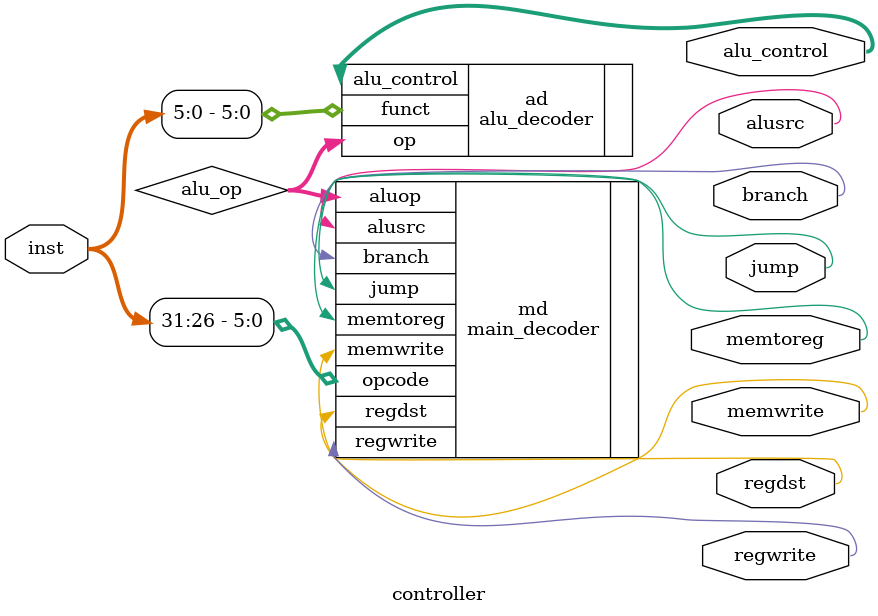
<source format=v>
`timescale 1ns / 1ps

module controller(
	input [31:0] inst,
	output jump, branch, alusrc, memwrite, regwrite, regdst, memtoreg,
	output [2:0] alu_control
	);
	wire [1:0] alu_op;

	main_decoder md(
		.opcode(inst[31:26]),
		.jump(jump), .branch(branch), .alusrc(alusrc), .memwrite(memwrite),
		.memtoreg(memtoreg), .regwrite(regwrite), .regdst(regdst), .aluop(alu_op)
		);

	alu_decoder ad(
		.funct(inst[5:0]),
		.op(alu_op),
		.alu_control(alu_control)
		);

endmodule

</source>
